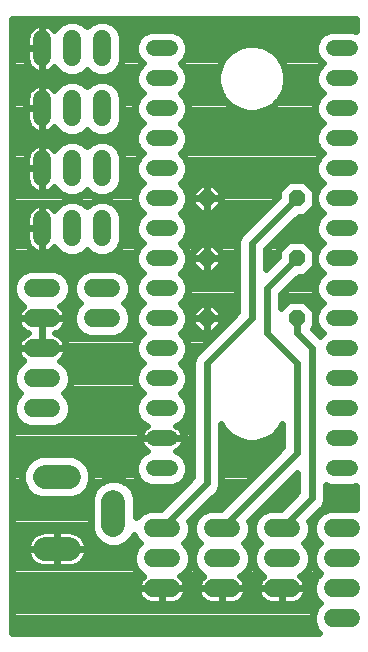
<source format=gtl>
G75*
%MOIN*%
%OFA0B0*%
%FSLAX24Y24*%
%IPPOS*%
%LPD*%
%AMOC8*
5,1,8,0,0,1.08239X$1,22.5*
%
%ADD10C,0.0600*%
%ADD11C,0.0787*%
%ADD12C,0.0520*%
%ADD13OC8,0.0520*%
%ADD14C,0.0240*%
D10*
X001420Y008220D02*
X002020Y008220D01*
X002020Y009220D02*
X001420Y009220D01*
X001420Y010220D02*
X002020Y010220D01*
X002020Y011220D02*
X001420Y011220D01*
X001420Y012220D02*
X002020Y012220D01*
X001720Y013920D02*
X001720Y014520D01*
X001720Y015920D02*
X001720Y016520D01*
X001720Y017920D02*
X001720Y018520D01*
X001720Y019920D02*
X001720Y020520D01*
X002720Y020520D02*
X002720Y019920D01*
X002720Y018520D02*
X002720Y017920D01*
X002720Y016520D02*
X002720Y015920D01*
X002720Y014520D02*
X002720Y013920D01*
X003720Y013920D02*
X003720Y014520D01*
X003720Y015920D02*
X003720Y016520D01*
X003720Y017920D02*
X003720Y018520D01*
X003720Y019920D02*
X003720Y020520D01*
X003420Y012220D02*
X004020Y012220D01*
X004020Y011220D02*
X003420Y011220D01*
X005420Y004220D02*
X006020Y004220D01*
X006020Y003220D02*
X005420Y003220D01*
X005420Y002220D02*
X006020Y002220D01*
X007420Y002220D02*
X008020Y002220D01*
X008020Y003220D02*
X007420Y003220D01*
X007420Y004220D02*
X008020Y004220D01*
X009420Y004220D02*
X010020Y004220D01*
X010020Y003220D02*
X009420Y003220D01*
X009420Y002220D02*
X010020Y002220D01*
X011420Y002220D02*
X012020Y002220D01*
X012020Y003220D02*
X011420Y003220D01*
X011420Y004220D02*
X012020Y004220D01*
X012020Y001220D02*
X011420Y001220D01*
D11*
X004110Y004326D02*
X004110Y005114D01*
X002614Y005940D02*
X001826Y005940D01*
X001826Y003539D02*
X002614Y003539D01*
D12*
X005460Y006220D02*
X005980Y006220D01*
X005980Y007220D02*
X005460Y007220D01*
X005460Y008220D02*
X005980Y008220D01*
X005980Y009220D02*
X005460Y009220D01*
X005460Y010220D02*
X005980Y010220D01*
X005980Y011220D02*
X005460Y011220D01*
X005460Y012220D02*
X005980Y012220D01*
X005980Y013220D02*
X005460Y013220D01*
X005460Y014220D02*
X005980Y014220D01*
X005980Y015220D02*
X005460Y015220D01*
X005460Y016220D02*
X005980Y016220D01*
X005980Y017220D02*
X005460Y017220D01*
X005460Y018220D02*
X005980Y018220D01*
X005980Y019220D02*
X005460Y019220D01*
X005460Y020220D02*
X005980Y020220D01*
X011460Y020220D02*
X011980Y020220D01*
X011980Y019220D02*
X011460Y019220D01*
X011460Y018220D02*
X011980Y018220D01*
X011980Y017220D02*
X011460Y017220D01*
X011460Y016220D02*
X011980Y016220D01*
X011980Y015220D02*
X011460Y015220D01*
X011460Y014220D02*
X011980Y014220D01*
X011980Y013220D02*
X011460Y013220D01*
X011460Y012220D02*
X011980Y012220D01*
X011980Y011220D02*
X011460Y011220D01*
X011460Y010220D02*
X011980Y010220D01*
X011980Y009220D02*
X011460Y009220D01*
X011460Y008220D02*
X011980Y008220D01*
X011980Y007220D02*
X011460Y007220D01*
X011460Y006220D02*
X011980Y006220D01*
D13*
X010220Y011220D03*
X010220Y013220D03*
X010220Y015220D03*
X007220Y015220D03*
X007220Y013220D03*
X007220Y011220D03*
D14*
X000740Y021200D02*
X000740Y000740D01*
X010967Y000740D01*
X010860Y000846D01*
X010760Y001089D01*
X010760Y001351D01*
X010860Y001594D01*
X010987Y001720D01*
X010860Y001846D01*
X010760Y002089D01*
X010760Y002351D01*
X010860Y002594D01*
X010987Y002720D01*
X010860Y002846D01*
X010760Y003089D01*
X010760Y003351D01*
X010860Y003594D01*
X010987Y003720D01*
X010860Y003846D01*
X010760Y004089D01*
X010760Y004351D01*
X010860Y004594D01*
X011046Y004780D01*
X011289Y004880D01*
X012151Y004880D01*
X012200Y004860D01*
X012200Y005640D01*
X012103Y005600D01*
X011337Y005600D01*
X011200Y005657D01*
X011200Y005125D01*
X011127Y004948D01*
X010992Y004813D01*
X010992Y004813D01*
X010636Y004457D01*
X010680Y004351D01*
X010680Y004089D01*
X010580Y003846D01*
X010453Y003720D01*
X010580Y003594D01*
X010680Y003351D01*
X010680Y003089D01*
X010580Y002846D01*
X010394Y002660D01*
X010333Y002635D01*
X010359Y002617D01*
X010417Y002559D01*
X010465Y002493D01*
X010502Y002420D01*
X010527Y002342D01*
X010540Y002261D01*
X010540Y002220D01*
X009720Y002220D01*
X009720Y002220D01*
X009720Y001700D01*
X010061Y001700D01*
X010142Y001713D01*
X010220Y001738D01*
X010293Y001775D01*
X010359Y001823D01*
X010417Y001881D01*
X010465Y001947D01*
X010502Y002020D01*
X010527Y002098D01*
X010540Y002179D01*
X010540Y002220D01*
X009720Y002220D01*
X009720Y002220D01*
X009720Y002220D01*
X008900Y002220D01*
X008900Y002261D01*
X008913Y002342D01*
X008938Y002420D01*
X008975Y002493D01*
X009023Y002559D01*
X009081Y002617D01*
X009107Y002635D01*
X009046Y002660D01*
X008860Y002846D01*
X008760Y003089D01*
X008760Y003351D01*
X008860Y003594D01*
X008987Y003720D01*
X008860Y003846D01*
X008760Y004089D01*
X008760Y004351D01*
X008860Y004594D01*
X009046Y004780D01*
X009289Y004880D01*
X009701Y004880D01*
X010240Y005419D01*
X010240Y006061D01*
X008636Y004457D01*
X008680Y004351D01*
X008680Y004089D01*
X008580Y003846D01*
X008453Y003720D01*
X008580Y003594D01*
X008680Y003351D01*
X008680Y003089D01*
X008580Y002846D01*
X008394Y002660D01*
X008333Y002635D01*
X008359Y002617D01*
X008417Y002559D01*
X008465Y002493D01*
X008502Y002420D01*
X008527Y002342D01*
X008540Y002261D01*
X008540Y002220D01*
X007720Y002220D01*
X007720Y002220D01*
X008540Y002220D01*
X008540Y002179D01*
X008527Y002098D01*
X008502Y002020D01*
X008465Y001947D01*
X008417Y001881D01*
X008359Y001823D01*
X008293Y001775D01*
X008220Y001738D01*
X008142Y001713D01*
X008061Y001700D01*
X007720Y001700D01*
X007720Y002220D01*
X007720Y002220D01*
X007720Y002220D01*
X006900Y002220D01*
X006900Y002261D01*
X006913Y002342D01*
X006938Y002420D01*
X006975Y002493D01*
X007023Y002559D01*
X007081Y002617D01*
X007107Y002635D01*
X007046Y002660D01*
X006860Y002846D01*
X006760Y003089D01*
X006760Y003351D01*
X006860Y003594D01*
X006987Y003720D01*
X006860Y003846D01*
X006760Y004089D01*
X006760Y004351D01*
X006860Y004594D01*
X007046Y004780D01*
X007289Y004880D01*
X007701Y004880D01*
X009740Y006919D01*
X009740Y007697D01*
X009636Y007517D01*
X009423Y007304D01*
X009162Y007153D01*
X008871Y007075D01*
X008569Y007075D01*
X008278Y007153D01*
X008017Y007304D01*
X007804Y007517D01*
X007700Y007697D01*
X007700Y005625D01*
X007627Y005448D01*
X007492Y005313D01*
X007492Y005313D01*
X006636Y004457D01*
X006680Y004351D01*
X006680Y004089D01*
X006580Y003846D01*
X006453Y003720D01*
X006580Y003594D01*
X006680Y003351D01*
X006680Y003089D01*
X006580Y002846D01*
X006394Y002660D01*
X006333Y002635D01*
X006359Y002617D01*
X006417Y002559D01*
X006465Y002493D01*
X006502Y002420D01*
X006527Y002342D01*
X006540Y002261D01*
X006540Y002220D01*
X005720Y002220D01*
X005720Y002220D01*
X006540Y002220D01*
X006540Y002179D01*
X006527Y002098D01*
X006502Y002020D01*
X006465Y001947D01*
X006417Y001881D01*
X006359Y001823D01*
X006293Y001775D01*
X006220Y001738D01*
X006142Y001713D01*
X006061Y001700D01*
X005720Y001700D01*
X005720Y002220D01*
X005720Y002220D01*
X005720Y002220D01*
X004900Y002220D01*
X004900Y002261D01*
X004913Y002342D01*
X004938Y002420D01*
X004975Y002493D01*
X005023Y002559D01*
X005081Y002617D01*
X005107Y002635D01*
X005046Y002660D01*
X004860Y002846D01*
X004760Y003089D01*
X004760Y003351D01*
X004860Y003594D01*
X004987Y003720D01*
X004860Y003846D01*
X004794Y004008D01*
X004749Y003899D01*
X004537Y003687D01*
X004260Y003573D01*
X003960Y003573D01*
X003683Y003687D01*
X003471Y003899D01*
X003356Y004176D01*
X003356Y005264D01*
X003471Y005541D01*
X003683Y005753D01*
X003960Y005867D01*
X004260Y005867D01*
X004537Y005753D01*
X004749Y005541D01*
X004863Y005264D01*
X004863Y004597D01*
X005046Y004780D01*
X005289Y004880D01*
X005701Y004880D01*
X006740Y005919D01*
X006740Y009815D01*
X006813Y009992D01*
X008240Y011419D01*
X008240Y013815D01*
X008313Y013992D01*
X009600Y015279D01*
X009600Y015477D01*
X009963Y015840D01*
X010477Y015840D01*
X010840Y015477D01*
X010840Y014963D01*
X010477Y014600D01*
X010279Y014600D01*
X009200Y013521D01*
X009200Y012879D01*
X009600Y013279D01*
X009600Y013477D01*
X009963Y013840D01*
X010477Y013840D01*
X010840Y013477D01*
X010840Y012963D01*
X010477Y012600D01*
X010279Y012600D01*
X009700Y012021D01*
X009700Y011577D01*
X009963Y011840D01*
X010477Y011840D01*
X010840Y011477D01*
X010840Y010963D01*
X010748Y010871D01*
X010991Y010628D01*
X011083Y010720D01*
X010934Y010869D01*
X010840Y011097D01*
X010840Y011343D01*
X010934Y011571D01*
X011083Y011720D01*
X010934Y011869D01*
X010840Y012097D01*
X010840Y012343D01*
X010934Y012571D01*
X011083Y012720D01*
X010934Y012869D01*
X010840Y013097D01*
X010840Y013343D01*
X010934Y013571D01*
X011083Y013720D01*
X010934Y013869D01*
X010840Y014097D01*
X010840Y014343D01*
X010934Y014571D01*
X011083Y014720D01*
X010934Y014869D01*
X010840Y015097D01*
X010840Y015343D01*
X010934Y015571D01*
X011083Y015720D01*
X010934Y015869D01*
X010840Y016097D01*
X010840Y016343D01*
X010934Y016571D01*
X011083Y016720D01*
X010934Y016869D01*
X010840Y017097D01*
X010840Y017343D01*
X010934Y017571D01*
X011083Y017720D01*
X010934Y017869D01*
X010840Y018097D01*
X010840Y018343D01*
X010934Y018571D01*
X011083Y018720D01*
X010934Y018869D01*
X010840Y019097D01*
X010840Y019343D01*
X010934Y019571D01*
X011083Y019720D01*
X010934Y019869D01*
X010840Y020097D01*
X010840Y020343D01*
X010934Y020571D01*
X011109Y020746D01*
X011337Y020840D01*
X012103Y020840D01*
X012200Y020800D01*
X012200Y021200D01*
X000740Y021200D01*
X000740Y021047D02*
X002314Y021047D01*
X002346Y021080D02*
X002160Y020894D01*
X002135Y020833D01*
X002117Y020859D01*
X002059Y020917D01*
X001993Y020965D01*
X001920Y021002D01*
X001842Y021027D01*
X001761Y021040D01*
X001720Y021040D01*
X001720Y020220D01*
X001720Y020220D01*
X001720Y019400D01*
X001761Y019400D01*
X001842Y019413D01*
X001920Y019438D01*
X001993Y019475D01*
X002059Y019523D01*
X002117Y019581D01*
X002135Y019607D01*
X002160Y019546D01*
X002346Y019360D01*
X002589Y019260D01*
X002851Y019260D01*
X003094Y019360D01*
X003220Y019487D01*
X003346Y019360D01*
X003589Y019260D01*
X003851Y019260D01*
X004094Y019360D01*
X004280Y019546D01*
X004380Y019789D01*
X004380Y020651D01*
X004280Y020894D01*
X004094Y021080D01*
X003851Y021180D01*
X003589Y021180D01*
X003346Y021080D01*
X003220Y020953D01*
X003094Y021080D01*
X002851Y021180D01*
X002589Y021180D01*
X002346Y021080D01*
X001720Y021040D02*
X001720Y020220D01*
X001720Y020220D01*
X001720Y020220D01*
X001200Y020220D01*
X001200Y020561D01*
X001213Y020642D01*
X001238Y020720D01*
X001275Y020793D01*
X001323Y020859D01*
X001381Y020917D01*
X001447Y020965D01*
X001520Y021002D01*
X001598Y021027D01*
X001679Y021040D01*
X001720Y021040D01*
X001720Y020809D02*
X001720Y020809D01*
X001720Y020570D02*
X001720Y020570D01*
X001720Y020332D02*
X001720Y020332D01*
X001720Y020220D02*
X001200Y020220D01*
X001200Y019879D01*
X001213Y019798D01*
X001238Y019720D01*
X001275Y019647D01*
X001323Y019581D01*
X001381Y019523D01*
X001447Y019475D01*
X001520Y019438D01*
X001598Y019413D01*
X001679Y019400D01*
X001720Y019400D01*
X001720Y020220D01*
X001720Y020093D02*
X001720Y020093D01*
X001720Y019855D02*
X001720Y019855D01*
X001720Y019616D02*
X001720Y019616D01*
X001720Y019040D02*
X001679Y019040D01*
X001598Y019027D01*
X001520Y019002D01*
X001447Y018965D01*
X001381Y018917D01*
X001323Y018859D01*
X001275Y018793D01*
X001238Y018720D01*
X001213Y018642D01*
X001200Y018561D01*
X001200Y018220D01*
X001720Y018220D01*
X001720Y018220D01*
X001720Y019040D01*
X001761Y019040D01*
X001842Y019027D01*
X001920Y019002D01*
X001993Y018965D01*
X002059Y018917D01*
X002117Y018859D01*
X002135Y018833D01*
X002160Y018894D01*
X002346Y019080D01*
X002589Y019180D01*
X002851Y019180D01*
X003094Y019080D01*
X003220Y018953D01*
X003346Y019080D01*
X003589Y019180D01*
X003851Y019180D01*
X004094Y019080D01*
X004280Y018894D01*
X004380Y018651D01*
X004380Y017789D01*
X004280Y017546D01*
X004094Y017360D01*
X003851Y017260D01*
X003589Y017260D01*
X003346Y017360D01*
X003220Y017487D01*
X003094Y017360D01*
X002851Y017260D01*
X002589Y017260D01*
X002346Y017360D01*
X002160Y017546D01*
X002135Y017607D01*
X002117Y017581D01*
X002059Y017523D01*
X001993Y017475D01*
X001920Y017438D01*
X001842Y017413D01*
X001761Y017400D01*
X001720Y017400D01*
X001720Y018220D01*
X001720Y018220D01*
X001720Y018220D01*
X001720Y019040D01*
X001720Y018901D02*
X001720Y018901D01*
X001720Y018662D02*
X001720Y018662D01*
X001720Y018424D02*
X001720Y018424D01*
X001720Y018220D02*
X001200Y018220D01*
X001200Y017879D01*
X001213Y017798D01*
X001238Y017720D01*
X001275Y017647D01*
X001323Y017581D01*
X001381Y017523D01*
X001447Y017475D01*
X001520Y017438D01*
X001598Y017413D01*
X001679Y017400D01*
X001720Y017400D01*
X001720Y018220D01*
X001720Y018185D02*
X001720Y018185D01*
X001720Y017947D02*
X001720Y017947D01*
X001720Y017708D02*
X001720Y017708D01*
X001720Y017470D02*
X001720Y017470D01*
X001981Y017470D02*
X002237Y017470D01*
X002346Y017080D02*
X002160Y016894D01*
X002135Y016833D01*
X002117Y016859D01*
X002059Y016917D01*
X001993Y016965D01*
X001920Y017002D01*
X001842Y017027D01*
X001761Y017040D01*
X001720Y017040D01*
X001720Y016220D01*
X001720Y016220D01*
X001720Y015400D01*
X001761Y015400D01*
X001842Y015413D01*
X001920Y015438D01*
X001993Y015475D01*
X002059Y015523D01*
X002117Y015581D01*
X002135Y015607D01*
X002160Y015546D01*
X002346Y015360D01*
X002589Y015260D01*
X002851Y015260D01*
X003094Y015360D01*
X003220Y015487D01*
X003346Y015360D01*
X003589Y015260D01*
X003851Y015260D01*
X004094Y015360D01*
X004280Y015546D01*
X004380Y015789D01*
X004380Y016651D01*
X004280Y016894D01*
X004094Y017080D01*
X003851Y017180D01*
X003589Y017180D01*
X003346Y017080D01*
X003220Y016953D01*
X003094Y017080D01*
X002851Y017180D01*
X002589Y017180D01*
X002346Y017080D01*
X002259Y016993D02*
X001938Y016993D01*
X001720Y016993D02*
X001720Y016993D01*
X001720Y017040D02*
X001679Y017040D01*
X001598Y017027D01*
X001520Y017002D01*
X001447Y016965D01*
X001381Y016917D01*
X001323Y016859D01*
X001275Y016793D01*
X001238Y016720D01*
X001213Y016642D01*
X001200Y016561D01*
X001200Y016220D01*
X001720Y016220D01*
X001720Y016220D01*
X001720Y016220D01*
X001720Y017040D01*
X001720Y016754D02*
X001720Y016754D01*
X001720Y016516D02*
X001720Y016516D01*
X001720Y016277D02*
X001720Y016277D01*
X001720Y016220D02*
X001200Y016220D01*
X001200Y015879D01*
X001213Y015798D01*
X001238Y015720D01*
X001275Y015647D01*
X001323Y015581D01*
X001381Y015523D01*
X001447Y015475D01*
X001520Y015438D01*
X001598Y015413D01*
X001679Y015400D01*
X001720Y015400D01*
X001720Y016220D01*
X001720Y016039D02*
X001720Y016039D01*
X001720Y015800D02*
X001720Y015800D01*
X001720Y015562D02*
X001720Y015562D01*
X002097Y015562D02*
X002154Y015562D01*
X002437Y015323D02*
X000740Y015323D01*
X000740Y015085D02*
X002358Y015085D01*
X002346Y015080D02*
X002160Y014894D01*
X002135Y014833D01*
X002117Y014859D01*
X002059Y014917D01*
X001993Y014965D01*
X001920Y015002D01*
X001842Y015027D01*
X001761Y015040D01*
X001720Y015040D01*
X001720Y014220D01*
X001720Y014220D01*
X001720Y013400D01*
X001761Y013400D01*
X001842Y013413D01*
X001920Y013438D01*
X001993Y013475D01*
X002059Y013523D01*
X002117Y013581D01*
X002135Y013607D01*
X002160Y013546D01*
X002346Y013360D01*
X002589Y013260D01*
X002851Y013260D01*
X003094Y013360D01*
X003220Y013487D01*
X003346Y013360D01*
X003589Y013260D01*
X003851Y013260D01*
X004094Y013360D01*
X004280Y013546D01*
X004380Y013789D01*
X004380Y014651D01*
X004280Y014894D01*
X004094Y015080D01*
X003851Y015180D01*
X003589Y015180D01*
X003346Y015080D01*
X003220Y014953D01*
X003094Y015080D01*
X002851Y015180D01*
X002589Y015180D01*
X002346Y015080D01*
X002141Y014846D02*
X002126Y014846D01*
X001720Y014846D02*
X001720Y014846D01*
X001720Y015040D02*
X001679Y015040D01*
X001598Y015027D01*
X001520Y015002D01*
X001447Y014965D01*
X001381Y014917D01*
X001323Y014859D01*
X001275Y014793D01*
X001238Y014720D01*
X001213Y014642D01*
X001200Y014561D01*
X001200Y014220D01*
X001720Y014220D01*
X001720Y014220D01*
X001720Y014220D01*
X001720Y015040D01*
X001720Y014608D02*
X001720Y014608D01*
X001720Y014369D02*
X001720Y014369D01*
X001720Y014220D02*
X001200Y014220D01*
X001200Y013879D01*
X001213Y013798D01*
X001238Y013720D01*
X001275Y013647D01*
X001323Y013581D01*
X001381Y013523D01*
X001447Y013475D01*
X001520Y013438D01*
X001598Y013413D01*
X001679Y013400D01*
X001720Y013400D01*
X001720Y014220D01*
X001720Y014131D02*
X001720Y014131D01*
X001720Y013892D02*
X001720Y013892D01*
X001720Y013654D02*
X001720Y013654D01*
X001720Y013415D02*
X001720Y013415D01*
X001849Y013415D02*
X002292Y013415D01*
X002151Y012880D02*
X001289Y012880D01*
X001046Y012780D01*
X000860Y012594D01*
X000760Y012351D01*
X000760Y012089D01*
X000860Y011846D01*
X001046Y011660D01*
X001107Y011635D01*
X001081Y011617D01*
X001023Y011559D01*
X000975Y011493D01*
X000938Y011420D01*
X000913Y011342D01*
X000900Y011261D01*
X000900Y011220D01*
X001720Y011220D01*
X002540Y011220D01*
X002540Y011261D01*
X002527Y011342D01*
X002502Y011420D01*
X002465Y011493D01*
X002417Y011559D01*
X002359Y011617D01*
X002333Y011635D01*
X002394Y011660D01*
X002580Y011846D01*
X002680Y012089D01*
X002680Y012351D01*
X002580Y012594D01*
X002394Y012780D01*
X002151Y012880D01*
X002474Y012700D02*
X002966Y012700D01*
X003046Y012780D02*
X002860Y012594D01*
X002760Y012351D01*
X002760Y012089D01*
X002860Y011846D01*
X002987Y011720D01*
X002860Y011594D01*
X002760Y011351D01*
X002760Y011089D01*
X002860Y010846D01*
X003046Y010660D01*
X003289Y010560D01*
X004151Y010560D01*
X004394Y010660D01*
X004580Y010846D01*
X004680Y011089D01*
X004680Y011351D01*
X004580Y011594D01*
X004453Y011720D01*
X004580Y011846D01*
X004680Y012089D01*
X004680Y012351D01*
X004580Y012594D01*
X004394Y012780D01*
X004151Y012880D01*
X003289Y012880D01*
X003046Y012780D01*
X002805Y012461D02*
X002635Y012461D01*
X002680Y012223D02*
X002760Y012223D01*
X002803Y011984D02*
X002637Y011984D01*
X002479Y011746D02*
X002961Y011746D01*
X002825Y011507D02*
X002454Y011507D01*
X002539Y011269D02*
X002760Y011269D01*
X002540Y011220D02*
X002540Y011179D01*
X002527Y011098D01*
X002502Y011020D01*
X002465Y010947D01*
X002417Y010881D01*
X002359Y010823D01*
X002293Y010775D01*
X002220Y010738D01*
X002164Y010720D01*
X002220Y010702D01*
X002293Y010665D01*
X002359Y010617D01*
X002417Y010559D01*
X002465Y010493D01*
X002502Y010420D01*
X002527Y010342D01*
X002540Y010261D01*
X002540Y010220D01*
X001720Y010220D01*
X001720Y010220D01*
X001720Y010220D01*
X001720Y010700D01*
X001720Y011220D01*
X001720Y011220D01*
X002540Y011220D01*
X002505Y011030D02*
X002784Y011030D01*
X002915Y010792D02*
X002315Y010792D01*
X002421Y010553D02*
X004927Y010553D01*
X004934Y010571D02*
X004840Y010343D01*
X004840Y010097D01*
X004934Y009869D01*
X005083Y009720D01*
X004934Y009571D01*
X004840Y009343D01*
X004840Y009097D01*
X004934Y008869D01*
X005083Y008720D01*
X004934Y008571D01*
X004840Y008343D01*
X004840Y008097D01*
X004934Y007869D01*
X005109Y007694D01*
X005233Y007643D01*
X005208Y007631D01*
X005147Y007586D01*
X005094Y007533D01*
X005049Y007472D01*
X005015Y007404D01*
X004992Y007332D01*
X004980Y007258D01*
X004980Y007220D01*
X005720Y007220D01*
X006460Y007220D01*
X006460Y007258D01*
X006448Y007332D01*
X006425Y007404D01*
X006391Y007472D01*
X006346Y007533D01*
X006293Y007586D01*
X006232Y007631D01*
X006207Y007643D01*
X006331Y007694D01*
X006506Y007869D01*
X006600Y008097D01*
X006600Y008343D01*
X006506Y008571D01*
X006357Y008720D01*
X006506Y008869D01*
X006600Y009097D01*
X006600Y009343D01*
X006506Y009571D01*
X006357Y009720D01*
X006506Y009869D01*
X006600Y010097D01*
X006600Y010343D01*
X006506Y010571D01*
X006357Y010720D01*
X006506Y010869D01*
X006600Y011097D01*
X006600Y011343D01*
X006506Y011571D01*
X006357Y011720D01*
X006506Y011869D01*
X006600Y012097D01*
X006600Y012343D01*
X006506Y012571D01*
X006357Y012720D01*
X006506Y012869D01*
X006600Y013097D01*
X006600Y013343D01*
X006506Y013571D01*
X006357Y013720D01*
X006506Y013869D01*
X006600Y014097D01*
X006600Y014343D01*
X006506Y014571D01*
X006357Y014720D01*
X006506Y014869D01*
X006600Y015097D01*
X006600Y015343D01*
X006506Y015571D01*
X006357Y015720D01*
X006506Y015869D01*
X006600Y016097D01*
X006600Y016343D01*
X006506Y016571D01*
X006357Y016720D01*
X006506Y016869D01*
X006600Y017097D01*
X006600Y017343D01*
X006506Y017571D01*
X006357Y017720D01*
X006506Y017869D01*
X006600Y018097D01*
X006600Y018343D01*
X006506Y018571D01*
X006357Y018720D01*
X006506Y018869D01*
X006600Y019097D01*
X006600Y019343D01*
X006506Y019571D01*
X006357Y019720D01*
X006506Y019869D01*
X006600Y020097D01*
X006600Y020343D01*
X006506Y020571D01*
X006331Y020746D01*
X006103Y020840D01*
X005337Y020840D01*
X005109Y020746D01*
X004934Y020571D01*
X004840Y020343D01*
X004840Y020097D01*
X004934Y019869D01*
X005083Y019720D01*
X004934Y019571D01*
X004840Y019343D01*
X004840Y019097D01*
X004934Y018869D01*
X005083Y018720D01*
X004934Y018571D01*
X004840Y018343D01*
X004840Y018097D01*
X004934Y017869D01*
X005083Y017720D01*
X004934Y017571D01*
X004840Y017343D01*
X004840Y017097D01*
X004934Y016869D01*
X005083Y016720D01*
X004934Y016571D01*
X004840Y016343D01*
X004840Y016097D01*
X004934Y015869D01*
X005083Y015720D01*
X004934Y015571D01*
X004840Y015343D01*
X004840Y015097D01*
X004934Y014869D01*
X005083Y014720D01*
X004934Y014571D01*
X004840Y014343D01*
X004840Y014097D01*
X004934Y013869D01*
X005083Y013720D01*
X004934Y013571D01*
X004840Y013343D01*
X004840Y013097D01*
X004934Y012869D01*
X005083Y012720D01*
X004934Y012571D01*
X004840Y012343D01*
X004840Y012097D01*
X004934Y011869D01*
X005083Y011720D01*
X004934Y011571D01*
X004840Y011343D01*
X004840Y011097D01*
X004934Y010869D01*
X005083Y010720D01*
X004934Y010571D01*
X005012Y010792D02*
X004525Y010792D01*
X004656Y011030D02*
X004868Y011030D01*
X004840Y011269D02*
X004680Y011269D01*
X004615Y011507D02*
X004908Y011507D01*
X005058Y011746D02*
X004479Y011746D01*
X004637Y011984D02*
X004887Y011984D01*
X004840Y012223D02*
X004680Y012223D01*
X004635Y012461D02*
X004889Y012461D01*
X005063Y012700D02*
X004474Y012700D01*
X004840Y013177D02*
X000740Y013177D01*
X000740Y013415D02*
X001591Y013415D01*
X001272Y013654D02*
X000740Y013654D01*
X000740Y013892D02*
X001200Y013892D01*
X001200Y014131D02*
X000740Y014131D01*
X000740Y014369D02*
X001200Y014369D01*
X001207Y014608D02*
X000740Y014608D01*
X000740Y014846D02*
X001314Y014846D01*
X001343Y015562D02*
X000740Y015562D01*
X000740Y015800D02*
X001213Y015800D01*
X001200Y016039D02*
X000740Y016039D01*
X000740Y016277D02*
X001200Y016277D01*
X001200Y016516D02*
X000740Y016516D01*
X000740Y016754D02*
X001256Y016754D01*
X001502Y016993D02*
X000740Y016993D01*
X000740Y017231D02*
X004840Y017231D01*
X004883Y016993D02*
X004181Y016993D01*
X004337Y016754D02*
X005049Y016754D01*
X004911Y016516D02*
X004380Y016516D01*
X004380Y016277D02*
X004840Y016277D01*
X004864Y016039D02*
X004380Y016039D01*
X004380Y015800D02*
X005003Y015800D01*
X004930Y015562D02*
X004286Y015562D01*
X004003Y015323D02*
X004840Y015323D01*
X004845Y015085D02*
X004082Y015085D01*
X004299Y014846D02*
X004957Y014846D01*
X004971Y014608D02*
X004380Y014608D01*
X004380Y014369D02*
X004851Y014369D01*
X004840Y014131D02*
X004380Y014131D01*
X004380Y013892D02*
X004925Y013892D01*
X005017Y013654D02*
X004324Y013654D01*
X004148Y013415D02*
X004870Y013415D01*
X004906Y012938D02*
X000740Y012938D01*
X000740Y012700D02*
X000966Y012700D01*
X000805Y012461D02*
X000740Y012461D01*
X000740Y012223D02*
X000760Y012223D01*
X000740Y011984D02*
X000803Y011984D01*
X000740Y011746D02*
X000961Y011746D01*
X000986Y011507D02*
X000740Y011507D01*
X000740Y011269D02*
X000901Y011269D01*
X000900Y011220D02*
X000900Y011179D01*
X000913Y011098D01*
X000938Y011020D01*
X000975Y010947D01*
X001023Y010881D01*
X001081Y010823D01*
X001147Y010775D01*
X001220Y010738D01*
X001276Y010720D01*
X001220Y010702D01*
X001147Y010665D01*
X001081Y010617D01*
X001023Y010559D01*
X000975Y010493D01*
X000938Y010420D01*
X000913Y010342D01*
X000900Y010261D01*
X000900Y010220D01*
X001720Y010220D01*
X002540Y010220D01*
X002540Y010179D01*
X002527Y010098D01*
X002502Y010020D01*
X002465Y009947D01*
X002417Y009881D01*
X002359Y009823D01*
X002333Y009805D01*
X002394Y009780D01*
X002580Y009594D01*
X002680Y009351D01*
X002680Y009089D01*
X002580Y008846D01*
X002453Y008720D01*
X002580Y008594D01*
X002680Y008351D01*
X002680Y008089D01*
X002580Y007846D01*
X002394Y007660D01*
X002151Y007560D01*
X001289Y007560D01*
X001046Y007660D01*
X000860Y007846D01*
X000760Y008089D01*
X000760Y008351D01*
X000860Y008594D01*
X000987Y008720D01*
X000860Y008846D01*
X000760Y009089D01*
X000760Y009351D01*
X000860Y009594D01*
X001046Y009780D01*
X001107Y009805D01*
X001081Y009823D01*
X001023Y009881D01*
X000975Y009947D01*
X000938Y010020D01*
X000913Y010098D01*
X000900Y010179D01*
X000900Y010220D01*
X001720Y010220D01*
X001720Y010220D01*
X001720Y011220D01*
X001720Y011220D01*
X001720Y011220D01*
X000900Y011220D01*
X000935Y011030D02*
X000740Y011030D01*
X000740Y010792D02*
X001125Y010792D01*
X001019Y010553D02*
X000740Y010553D01*
X000740Y010315D02*
X000908Y010315D01*
X000920Y010076D02*
X000740Y010076D01*
X000740Y009838D02*
X001067Y009838D01*
X000866Y009599D02*
X000740Y009599D01*
X000740Y009361D02*
X000764Y009361D01*
X000760Y009122D02*
X000740Y009122D01*
X000740Y008884D02*
X000845Y008884D01*
X000912Y008645D02*
X000740Y008645D01*
X000740Y008407D02*
X000783Y008407D01*
X000760Y008168D02*
X000740Y008168D01*
X000740Y007930D02*
X000826Y007930D01*
X000740Y007691D02*
X001016Y007691D01*
X000740Y007453D02*
X005040Y007453D01*
X004980Y007220D02*
X004980Y007182D01*
X004992Y007108D01*
X005015Y007036D01*
X005049Y006968D01*
X005094Y006907D01*
X005147Y006854D01*
X005208Y006809D01*
X005233Y006797D01*
X005109Y006746D01*
X004934Y006571D01*
X004840Y006343D01*
X004840Y006097D01*
X004934Y005869D01*
X005109Y005694D01*
X005337Y005600D01*
X006103Y005600D01*
X006331Y005694D01*
X006506Y005869D01*
X006600Y006097D01*
X006600Y006343D01*
X006506Y006571D01*
X006331Y006746D01*
X006207Y006797D01*
X006232Y006809D01*
X006293Y006854D01*
X006346Y006907D01*
X006391Y006968D01*
X006425Y007036D01*
X006448Y007108D01*
X006460Y007182D01*
X006460Y007220D01*
X005720Y007220D01*
X005720Y007220D01*
X005720Y007220D01*
X004980Y007220D01*
X004980Y007214D02*
X000740Y007214D01*
X000740Y006976D02*
X005046Y006976D01*
X005100Y006737D02*
X000740Y006737D01*
X000740Y006499D02*
X001318Y006499D01*
X001399Y006579D02*
X001187Y006367D01*
X001073Y006090D01*
X001073Y005791D01*
X001187Y005514D01*
X001399Y005302D01*
X001676Y005187D01*
X002764Y005187D01*
X003041Y005302D01*
X003253Y005514D01*
X003367Y005791D01*
X003367Y006090D01*
X003253Y006367D01*
X003041Y006579D01*
X002764Y006694D01*
X001676Y006694D01*
X001399Y006579D01*
X001143Y006260D02*
X000740Y006260D01*
X000740Y006022D02*
X001073Y006022D01*
X001076Y005783D02*
X000740Y005783D01*
X000740Y005545D02*
X001175Y005545D01*
X001395Y005306D02*
X000740Y005306D01*
X000740Y005068D02*
X003356Y005068D01*
X003374Y005306D02*
X003045Y005306D01*
X003265Y005545D02*
X003475Y005545D01*
X003364Y005783D02*
X003756Y005783D01*
X003367Y006022D02*
X004871Y006022D01*
X004840Y006260D02*
X003297Y006260D01*
X003122Y006499D02*
X004904Y006499D01*
X005020Y005783D02*
X004463Y005783D01*
X004745Y005545D02*
X006366Y005545D01*
X006420Y005783D02*
X006604Y005783D01*
X006569Y006022D02*
X006740Y006022D01*
X006740Y006260D02*
X006600Y006260D01*
X006536Y006499D02*
X006740Y006499D01*
X006740Y006737D02*
X006340Y006737D01*
X006394Y006976D02*
X006740Y006976D01*
X006740Y007214D02*
X006460Y007214D01*
X006400Y007453D02*
X006740Y007453D01*
X006740Y007691D02*
X006323Y007691D01*
X006531Y007930D02*
X006740Y007930D01*
X006740Y008168D02*
X006600Y008168D01*
X006574Y008407D02*
X006740Y008407D01*
X006740Y008645D02*
X006432Y008645D01*
X006512Y008884D02*
X006740Y008884D01*
X006740Y009122D02*
X006600Y009122D01*
X006593Y009361D02*
X006740Y009361D01*
X006740Y009599D02*
X006478Y009599D01*
X006474Y009838D02*
X006749Y009838D01*
X006897Y010076D02*
X006591Y010076D01*
X006600Y010315D02*
X007136Y010315D01*
X007374Y010553D02*
X006513Y010553D01*
X006428Y010792D02*
X006970Y010792D01*
X007021Y010740D02*
X006740Y011021D01*
X006740Y011220D01*
X007220Y011220D01*
X007700Y011220D01*
X007700Y011419D01*
X007419Y011700D01*
X007220Y011700D01*
X007220Y011220D01*
X007220Y011220D01*
X007220Y011220D01*
X007700Y011220D01*
X007700Y011021D01*
X007419Y010740D01*
X007220Y010740D01*
X007220Y011220D01*
X007220Y011220D01*
X007220Y011220D01*
X007220Y011700D01*
X007021Y011700D01*
X006740Y011419D01*
X006740Y011220D01*
X007220Y011220D01*
X007220Y010740D01*
X007021Y010740D01*
X007220Y010792D02*
X007220Y010792D01*
X007220Y011030D02*
X007220Y011030D01*
X007220Y011269D02*
X007220Y011269D01*
X007220Y011507D02*
X007220Y011507D01*
X007612Y011507D02*
X008240Y011507D01*
X008240Y011746D02*
X006382Y011746D01*
X006532Y011507D02*
X006828Y011507D01*
X006740Y011269D02*
X006600Y011269D01*
X006572Y011030D02*
X006740Y011030D01*
X006553Y011984D02*
X008240Y011984D01*
X008240Y012223D02*
X006600Y012223D01*
X006551Y012461D02*
X008240Y012461D01*
X008240Y012700D02*
X006377Y012700D01*
X006534Y012938D02*
X006823Y012938D01*
X006740Y013021D02*
X007021Y012740D01*
X007220Y012740D01*
X007419Y012740D01*
X007700Y013021D01*
X007700Y013220D01*
X007700Y013419D01*
X007419Y013700D01*
X007220Y013700D01*
X007220Y013220D01*
X007700Y013220D01*
X007220Y013220D01*
X007220Y013220D01*
X007220Y013220D01*
X007220Y012740D01*
X007220Y013220D01*
X007220Y013220D01*
X007220Y013220D01*
X006740Y013220D01*
X006740Y013419D01*
X007021Y013700D01*
X007220Y013700D01*
X007220Y013220D01*
X006740Y013220D01*
X006740Y013021D01*
X006740Y013177D02*
X006600Y013177D01*
X006570Y013415D02*
X006740Y013415D01*
X006975Y013654D02*
X006423Y013654D01*
X006515Y013892D02*
X008272Y013892D01*
X008240Y013654D02*
X007465Y013654D01*
X007220Y013654D02*
X007220Y013654D01*
X007220Y013415D02*
X007220Y013415D01*
X007220Y013177D02*
X007220Y013177D01*
X007220Y012938D02*
X007220Y012938D01*
X007617Y012938D02*
X008240Y012938D01*
X008240Y013177D02*
X007700Y013177D01*
X007700Y013415D02*
X008240Y013415D01*
X008452Y014131D02*
X006600Y014131D01*
X006589Y014369D02*
X008690Y014369D01*
X008929Y014608D02*
X006469Y014608D01*
X006483Y014846D02*
X006915Y014846D01*
X007021Y014740D02*
X006740Y015021D01*
X006740Y015220D01*
X007220Y015220D01*
X007700Y015220D01*
X007700Y015419D01*
X007419Y015700D01*
X007220Y015700D01*
X007220Y015220D01*
X007220Y015220D01*
X007220Y015220D01*
X007700Y015220D01*
X007700Y015021D01*
X007419Y014740D01*
X007220Y014740D01*
X007220Y015220D01*
X007220Y015220D01*
X007220Y015220D01*
X007220Y015700D01*
X007021Y015700D01*
X006740Y015419D01*
X006740Y015220D01*
X007220Y015220D01*
X007220Y014740D01*
X007021Y014740D01*
X007220Y014846D02*
X007220Y014846D01*
X007220Y015085D02*
X007220Y015085D01*
X007220Y015323D02*
X007220Y015323D01*
X007220Y015562D02*
X007220Y015562D01*
X006883Y015562D02*
X006510Y015562D01*
X006600Y015323D02*
X006740Y015323D01*
X006740Y015085D02*
X006595Y015085D01*
X006437Y015800D02*
X009923Y015800D01*
X009685Y015562D02*
X007557Y015562D01*
X007700Y015323D02*
X009600Y015323D01*
X009406Y015085D02*
X007700Y015085D01*
X007525Y014846D02*
X009167Y014846D01*
X009571Y013892D02*
X010925Y013892D01*
X010840Y014131D02*
X009809Y014131D01*
X010048Y014369D02*
X010851Y014369D01*
X010971Y014608D02*
X010484Y014608D01*
X010723Y014846D02*
X010957Y014846D01*
X010845Y015085D02*
X010840Y015085D01*
X010840Y015323D02*
X010840Y015323D01*
X010755Y015562D02*
X010930Y015562D01*
X011003Y015800D02*
X010517Y015800D01*
X010864Y016039D02*
X006576Y016039D01*
X006600Y016277D02*
X010840Y016277D01*
X010911Y016516D02*
X006529Y016516D01*
X006391Y016754D02*
X011049Y016754D01*
X010883Y016993D02*
X006557Y016993D01*
X006600Y017231D02*
X010840Y017231D01*
X010892Y017470D02*
X006548Y017470D01*
X006369Y017708D02*
X011071Y017708D01*
X010902Y017947D02*
X006538Y017947D01*
X006600Y018185D02*
X008223Y018185D01*
X008278Y018153D02*
X008569Y018075D01*
X008871Y018075D01*
X009162Y018153D01*
X009423Y018304D01*
X009636Y018517D01*
X009787Y018778D01*
X009865Y019069D01*
X009865Y019371D01*
X009787Y019662D01*
X009636Y019923D01*
X009423Y020136D01*
X009162Y020287D01*
X008871Y020365D01*
X008569Y020365D01*
X008278Y020287D01*
X008017Y020136D01*
X007804Y019923D01*
X007653Y019662D01*
X007575Y019371D01*
X007575Y019069D01*
X007653Y018778D01*
X007804Y018517D01*
X008017Y018304D01*
X008278Y018153D01*
X007897Y018424D02*
X006567Y018424D01*
X006415Y018662D02*
X007720Y018662D01*
X007620Y018901D02*
X006519Y018901D01*
X006600Y019139D02*
X007575Y019139D01*
X007577Y019378D02*
X006586Y019378D01*
X006461Y019616D02*
X007641Y019616D01*
X007764Y019855D02*
X006491Y019855D01*
X006598Y020093D02*
X007974Y020093D01*
X008444Y020332D02*
X006600Y020332D01*
X006506Y020570D02*
X010934Y020570D01*
X010840Y020332D02*
X008996Y020332D01*
X009466Y020093D02*
X010842Y020093D01*
X010949Y019855D02*
X009676Y019855D01*
X009799Y019616D02*
X010979Y019616D01*
X010854Y019378D02*
X009863Y019378D01*
X009865Y019139D02*
X010840Y019139D01*
X010921Y018901D02*
X009820Y018901D01*
X009720Y018662D02*
X011025Y018662D01*
X010873Y018424D02*
X009543Y018424D01*
X009217Y018185D02*
X010840Y018185D01*
X011261Y020809D02*
X006179Y020809D01*
X005261Y020809D02*
X004315Y020809D01*
X004380Y020570D02*
X004934Y020570D01*
X004840Y020332D02*
X004380Y020332D01*
X004380Y020093D02*
X004842Y020093D01*
X004949Y019855D02*
X004380Y019855D01*
X004308Y019616D02*
X004979Y019616D01*
X004854Y019378D02*
X004111Y019378D01*
X003950Y019139D02*
X004840Y019139D01*
X004921Y018901D02*
X004273Y018901D01*
X004376Y018662D02*
X005025Y018662D01*
X004873Y018424D02*
X004380Y018424D01*
X004380Y018185D02*
X004840Y018185D01*
X004902Y017947D02*
X004380Y017947D01*
X004347Y017708D02*
X005071Y017708D01*
X004892Y017470D02*
X004203Y017470D01*
X003237Y017470D02*
X003203Y017470D01*
X003181Y016993D02*
X003259Y016993D01*
X003437Y015323D02*
X003003Y015323D01*
X003082Y015085D02*
X003358Y015085D01*
X003292Y013415D02*
X003148Y013415D01*
X001720Y011030D02*
X001720Y011030D01*
X001720Y010792D02*
X001720Y010792D01*
X001720Y010553D02*
X001720Y010553D01*
X001720Y010315D02*
X001720Y010315D01*
X002373Y009838D02*
X004966Y009838D01*
X004962Y009599D02*
X002574Y009599D01*
X002676Y009361D02*
X004847Y009361D01*
X004840Y009122D02*
X002680Y009122D01*
X002595Y008884D02*
X004928Y008884D01*
X005008Y008645D02*
X002528Y008645D01*
X002657Y008407D02*
X004866Y008407D01*
X004840Y008168D02*
X002680Y008168D01*
X002614Y007930D02*
X004909Y007930D01*
X005117Y007691D02*
X002424Y007691D01*
X002520Y010076D02*
X004849Y010076D01*
X004840Y010315D02*
X002532Y010315D01*
X004846Y005306D02*
X006127Y005306D01*
X005889Y005068D02*
X004863Y005068D01*
X004863Y004829D02*
X005166Y004829D01*
X005720Y004220D02*
X007220Y005720D01*
X007220Y009720D01*
X008720Y011220D01*
X008720Y013720D01*
X010220Y015220D01*
X009777Y013654D02*
X009332Y013654D01*
X009200Y013415D02*
X009600Y013415D01*
X009498Y013177D02*
X009200Y013177D01*
X009200Y012938D02*
X009259Y012938D01*
X009220Y012220D02*
X010220Y013220D01*
X010663Y013654D02*
X011017Y013654D01*
X010870Y013415D02*
X010840Y013415D01*
X010840Y013177D02*
X010840Y013177D01*
X010815Y012938D02*
X010906Y012938D01*
X011063Y012700D02*
X010576Y012700D01*
X010889Y012461D02*
X010140Y012461D01*
X009901Y012223D02*
X010840Y012223D01*
X010887Y011984D02*
X009700Y011984D01*
X009700Y011746D02*
X009869Y011746D01*
X010220Y011220D02*
X010220Y010720D01*
X010720Y010220D01*
X010720Y005220D01*
X009720Y004220D01*
X009166Y004829D02*
X009008Y004829D01*
X008859Y004591D02*
X008769Y004591D01*
X008760Y004352D02*
X008680Y004352D01*
X008680Y004114D02*
X008760Y004114D01*
X008849Y003875D02*
X008591Y003875D01*
X008537Y003637D02*
X008903Y003637D01*
X008779Y003398D02*
X008661Y003398D01*
X008680Y003160D02*
X008760Y003160D01*
X008829Y002921D02*
X008611Y002921D01*
X008416Y002683D02*
X009024Y002683D01*
X008951Y002444D02*
X008489Y002444D01*
X008540Y002206D02*
X008900Y002206D01*
X008900Y002220D02*
X008900Y002179D01*
X008913Y002098D01*
X008938Y002020D01*
X008975Y001947D01*
X009023Y001881D01*
X009081Y001823D01*
X009147Y001775D01*
X009220Y001738D01*
X009298Y001713D01*
X009379Y001700D01*
X009720Y001700D01*
X009720Y002220D01*
X008900Y002220D01*
X008965Y001967D02*
X008475Y001967D01*
X008190Y001729D02*
X009250Y001729D01*
X009720Y001729D02*
X009720Y001729D01*
X009720Y001967D02*
X009720Y001967D01*
X009720Y002206D02*
X009720Y002206D01*
X010190Y001729D02*
X010978Y001729D01*
X010817Y001490D02*
X000740Y001490D01*
X000740Y001252D02*
X010760Y001252D01*
X010791Y001013D02*
X000740Y001013D01*
X000740Y000775D02*
X010932Y000775D01*
X010810Y001967D02*
X010475Y001967D01*
X010540Y002206D02*
X010760Y002206D01*
X010798Y002444D02*
X010489Y002444D01*
X010416Y002683D02*
X010949Y002683D01*
X010829Y002921D02*
X010611Y002921D01*
X010680Y003160D02*
X010760Y003160D01*
X010779Y003398D02*
X010661Y003398D01*
X010537Y003637D02*
X010903Y003637D01*
X010849Y003875D02*
X010591Y003875D01*
X010680Y004114D02*
X010760Y004114D01*
X010760Y004352D02*
X010680Y004352D01*
X010769Y004591D02*
X010859Y004591D01*
X011008Y004829D02*
X011166Y004829D01*
X011176Y005068D02*
X012200Y005068D01*
X012200Y005306D02*
X011200Y005306D01*
X011200Y005545D02*
X012200Y005545D01*
X010240Y005545D02*
X009723Y005545D01*
X009962Y005783D02*
X010240Y005783D01*
X010240Y006022D02*
X010200Y006022D01*
X010220Y006720D02*
X007720Y004220D01*
X007166Y004829D02*
X007008Y004829D01*
X007246Y005068D02*
X007889Y005068D01*
X008127Y005306D02*
X007485Y005306D01*
X007667Y005545D02*
X008366Y005545D01*
X008604Y005783D02*
X007700Y005783D01*
X007700Y006022D02*
X008843Y006022D01*
X009081Y006260D02*
X007700Y006260D01*
X007700Y006499D02*
X009320Y006499D01*
X009558Y006737D02*
X007700Y006737D01*
X007700Y006976D02*
X009740Y006976D01*
X009740Y007214D02*
X009268Y007214D01*
X009572Y007453D02*
X009740Y007453D01*
X009737Y007691D02*
X009740Y007691D01*
X010220Y006720D02*
X010220Y009720D01*
X009220Y010720D01*
X009220Y012220D01*
X008090Y011269D02*
X007700Y011269D01*
X007700Y011030D02*
X007851Y011030D01*
X007613Y010792D02*
X007470Y010792D01*
X007700Y007691D02*
X007703Y007691D01*
X007700Y007453D02*
X007868Y007453D01*
X007700Y007214D02*
X008172Y007214D01*
X009246Y005068D02*
X009889Y005068D01*
X010127Y005306D02*
X009485Y005306D01*
X007720Y002220D02*
X006900Y002220D01*
X006900Y002179D01*
X006913Y002098D01*
X006938Y002020D01*
X006975Y001947D01*
X007023Y001881D01*
X007081Y001823D01*
X007147Y001775D01*
X007220Y001738D01*
X007298Y001713D01*
X007379Y001700D01*
X007720Y001700D01*
X007720Y002220D01*
X007720Y002206D02*
X007720Y002206D01*
X007720Y001967D02*
X007720Y001967D01*
X007720Y001729D02*
X007720Y001729D01*
X007250Y001729D02*
X006190Y001729D01*
X006475Y001967D02*
X006965Y001967D01*
X006900Y002206D02*
X006540Y002206D01*
X006489Y002444D02*
X006951Y002444D01*
X007024Y002683D02*
X006416Y002683D01*
X006611Y002921D02*
X006829Y002921D01*
X006760Y003160D02*
X006680Y003160D01*
X006661Y003398D02*
X006779Y003398D01*
X006903Y003637D02*
X006537Y003637D01*
X006591Y003875D02*
X006849Y003875D01*
X006760Y004114D02*
X006680Y004114D01*
X006680Y004352D02*
X006760Y004352D01*
X006769Y004591D02*
X006859Y004591D01*
X005720Y002220D02*
X004900Y002220D01*
X004900Y002179D01*
X004913Y002098D01*
X004938Y002020D01*
X004975Y001947D01*
X005023Y001881D01*
X005081Y001823D01*
X005147Y001775D01*
X005220Y001738D01*
X005298Y001713D01*
X005379Y001700D01*
X005720Y001700D01*
X005720Y002220D01*
X005720Y002206D02*
X005720Y002206D01*
X005720Y001967D02*
X005720Y001967D01*
X005720Y001729D02*
X005720Y001729D01*
X005250Y001729D02*
X000740Y001729D01*
X000740Y001967D02*
X004965Y001967D01*
X004900Y002206D02*
X000740Y002206D01*
X000740Y002444D02*
X004951Y002444D01*
X005024Y002683D02*
X000740Y002683D01*
X000740Y002921D02*
X004829Y002921D01*
X004760Y003160D02*
X003097Y003160D01*
X003082Y003139D02*
X003139Y003217D01*
X003182Y003303D01*
X003212Y003395D01*
X003227Y003491D01*
X003227Y003539D01*
X003227Y003587D01*
X003212Y003683D01*
X003182Y003774D01*
X003139Y003861D01*
X003082Y003939D01*
X003013Y004007D01*
X002935Y004064D01*
X002849Y004108D01*
X002757Y004137D01*
X002662Y004153D01*
X002220Y004153D01*
X001778Y004153D01*
X001683Y004137D01*
X001591Y004108D01*
X001505Y004064D01*
X001426Y004007D01*
X001358Y003939D01*
X001301Y003861D01*
X001258Y003774D01*
X001228Y003683D01*
X001213Y003587D01*
X001213Y003539D01*
X002220Y003539D01*
X002220Y004153D01*
X002220Y003539D01*
X002220Y003539D01*
X003227Y003539D01*
X002220Y003539D01*
X002220Y003539D01*
X002220Y003539D01*
X001213Y003539D01*
X001213Y003491D01*
X001228Y003395D01*
X001258Y003303D01*
X001301Y003217D01*
X001358Y003139D01*
X001426Y003071D01*
X001505Y003014D01*
X001591Y002970D01*
X001683Y002940D01*
X001778Y002925D01*
X002220Y002925D01*
X002662Y002925D01*
X002757Y002940D01*
X002849Y002970D01*
X002935Y003014D01*
X003013Y003071D01*
X003082Y003139D01*
X003213Y003398D02*
X004779Y003398D01*
X004903Y003637D02*
X004414Y003637D01*
X004724Y003875D02*
X004849Y003875D01*
X003806Y003637D02*
X003220Y003637D01*
X003128Y003875D02*
X003495Y003875D01*
X003382Y004114D02*
X002831Y004114D01*
X003356Y004352D02*
X000740Y004352D01*
X000740Y004114D02*
X001609Y004114D01*
X001312Y003875D02*
X000740Y003875D01*
X000740Y003637D02*
X001220Y003637D01*
X001227Y003398D02*
X000740Y003398D01*
X000740Y003160D02*
X001343Y003160D01*
X002220Y003160D02*
X002220Y003160D01*
X002220Y002925D02*
X002220Y003539D01*
X002220Y003539D01*
X002220Y002925D01*
X002220Y003398D02*
X002220Y003398D01*
X002220Y003637D02*
X002220Y003637D01*
X002220Y003875D02*
X002220Y003875D01*
X002220Y004114D02*
X002220Y004114D01*
X003356Y004591D02*
X000740Y004591D01*
X000740Y004829D02*
X003356Y004829D01*
X010571Y011746D02*
X011058Y011746D01*
X010908Y011507D02*
X010810Y011507D01*
X010840Y011269D02*
X010840Y011269D01*
X010840Y011030D02*
X010868Y011030D01*
X010827Y010792D02*
X011012Y010792D01*
X012179Y020809D02*
X012200Y020809D01*
X012200Y021047D02*
X004126Y021047D01*
X003314Y021047D02*
X003126Y021047D01*
X003111Y019378D02*
X003329Y019378D01*
X003490Y019139D02*
X002950Y019139D01*
X002490Y019139D02*
X000740Y019139D01*
X000740Y018901D02*
X001365Y018901D01*
X001219Y018662D02*
X000740Y018662D01*
X000740Y018424D02*
X001200Y018424D01*
X001200Y018185D02*
X000740Y018185D01*
X000740Y017947D02*
X001200Y017947D01*
X001244Y017708D02*
X000740Y017708D01*
X000740Y017470D02*
X001459Y017470D01*
X002075Y018901D02*
X002167Y018901D01*
X002329Y019378D02*
X000740Y019378D01*
X000740Y019616D02*
X001298Y019616D01*
X001204Y019855D02*
X000740Y019855D01*
X000740Y020093D02*
X001200Y020093D01*
X001200Y020332D02*
X000740Y020332D01*
X000740Y020570D02*
X001201Y020570D01*
X001287Y020809D02*
X000740Y020809D01*
M02*

</source>
